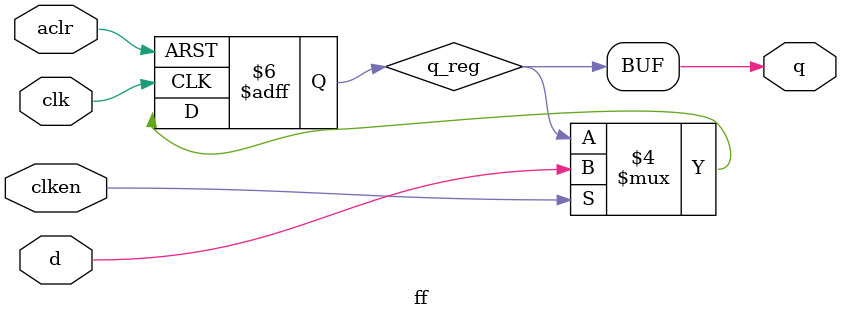
<source format=v>
module ff ( input aclr,input clk,input clken,input d,output q); 

 reg q_reg;
 assign q=q_reg; 

always @(posedge clk or negedge aclr) begin
  if (aclr == 1'b0) begin
    q_reg <= 1'b0;
  end else if ( clken ==1'b1 ) begin
    q_reg <= d;
  end
end
endmodule

</source>
